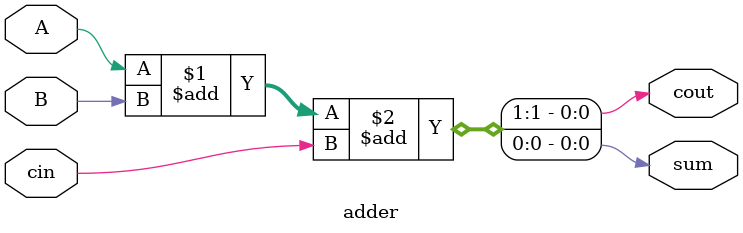
<source format=v>
`timescale 1ns / 1ps
module adder(sum,cout,A,B,cin);
    input A,B,cin;
    output sum,cout;
assign {cout,sum}=A+B+cin;
endmodule

</source>
